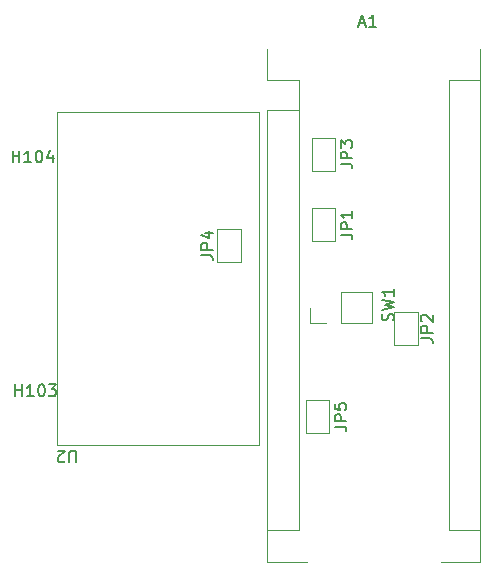
<source format=gbr>
%TF.GenerationSoftware,KiCad,Pcbnew,(5.99.0-10431-gb63c482347)*%
%TF.CreationDate,2021-08-10T09:59:27+02:00*%
%TF.ProjectId,boitarire,626f6974-6172-4697-9265-2e6b69636164,rev?*%
%TF.SameCoordinates,Original*%
%TF.FileFunction,Legend,Top*%
%TF.FilePolarity,Positive*%
%FSLAX46Y46*%
G04 Gerber Fmt 4.6, Leading zero omitted, Abs format (unit mm)*
G04 Created by KiCad (PCBNEW (5.99.0-10431-gb63c482347)) date 2021-08-10 09:59:27*
%MOMM*%
%LPD*%
G01*
G04 APERTURE LIST*
%ADD10C,0.150000*%
%ADD11C,0.120000*%
G04 APERTURE END LIST*
D10*
%TO.C,U2*%
X144561904Y-80847619D02*
X144561904Y-80038095D01*
X144514285Y-79942857D01*
X144466666Y-79895238D01*
X144371428Y-79847619D01*
X144180952Y-79847619D01*
X144085714Y-79895238D01*
X144038095Y-79942857D01*
X143990476Y-80038095D01*
X143990476Y-80847619D01*
X143561904Y-80752380D02*
X143514285Y-80800000D01*
X143419047Y-80847619D01*
X143180952Y-80847619D01*
X143085714Y-80800000D01*
X143038095Y-80752380D01*
X142990476Y-80657142D01*
X142990476Y-80561904D01*
X143038095Y-80419047D01*
X143609523Y-79847619D01*
X142990476Y-79847619D01*
%TO.C,H103*%
X139385714Y-75252380D02*
X139385714Y-74252380D01*
X139385714Y-74728571D02*
X139957142Y-74728571D01*
X139957142Y-75252380D02*
X139957142Y-74252380D01*
X140957142Y-75252380D02*
X140385714Y-75252380D01*
X140671428Y-75252380D02*
X140671428Y-74252380D01*
X140576190Y-74395238D01*
X140480952Y-74490476D01*
X140385714Y-74538095D01*
X141576190Y-74252380D02*
X141671428Y-74252380D01*
X141766666Y-74300000D01*
X141814285Y-74347619D01*
X141861904Y-74442857D01*
X141909523Y-74633333D01*
X141909523Y-74871428D01*
X141861904Y-75061904D01*
X141814285Y-75157142D01*
X141766666Y-75204761D01*
X141671428Y-75252380D01*
X141576190Y-75252380D01*
X141480952Y-75204761D01*
X141433333Y-75157142D01*
X141385714Y-75061904D01*
X141338095Y-74871428D01*
X141338095Y-74633333D01*
X141385714Y-74442857D01*
X141433333Y-74347619D01*
X141480952Y-74300000D01*
X141576190Y-74252380D01*
X142242857Y-74252380D02*
X142861904Y-74252380D01*
X142528571Y-74633333D01*
X142671428Y-74633333D01*
X142766666Y-74680952D01*
X142814285Y-74728571D01*
X142861904Y-74823809D01*
X142861904Y-75061904D01*
X142814285Y-75157142D01*
X142766666Y-75204761D01*
X142671428Y-75252380D01*
X142385714Y-75252380D01*
X142290476Y-75204761D01*
X142242857Y-75157142D01*
%TO.C,JP2*%
X173752380Y-70333333D02*
X174466666Y-70333333D01*
X174609523Y-70380952D01*
X174704761Y-70476190D01*
X174752380Y-70619047D01*
X174752380Y-70714285D01*
X174752380Y-69857142D02*
X173752380Y-69857142D01*
X173752380Y-69476190D01*
X173800000Y-69380952D01*
X173847619Y-69333333D01*
X173942857Y-69285714D01*
X174085714Y-69285714D01*
X174180952Y-69333333D01*
X174228571Y-69380952D01*
X174276190Y-69476190D01*
X174276190Y-69857142D01*
X173847619Y-68904761D02*
X173800000Y-68857142D01*
X173752380Y-68761904D01*
X173752380Y-68523809D01*
X173800000Y-68428571D01*
X173847619Y-68380952D01*
X173942857Y-68333333D01*
X174038095Y-68333333D01*
X174180952Y-68380952D01*
X174752380Y-68952380D01*
X174752380Y-68333333D01*
%TO.C,JP1*%
X166952380Y-61583333D02*
X167666666Y-61583333D01*
X167809523Y-61630952D01*
X167904761Y-61726190D01*
X167952380Y-61869047D01*
X167952380Y-61964285D01*
X167952380Y-61107142D02*
X166952380Y-61107142D01*
X166952380Y-60726190D01*
X167000000Y-60630952D01*
X167047619Y-60583333D01*
X167142857Y-60535714D01*
X167285714Y-60535714D01*
X167380952Y-60583333D01*
X167428571Y-60630952D01*
X167476190Y-60726190D01*
X167476190Y-61107142D01*
X167952380Y-59583333D02*
X167952380Y-60154761D01*
X167952380Y-59869047D02*
X166952380Y-59869047D01*
X167095238Y-59964285D01*
X167190476Y-60059523D01*
X167238095Y-60154761D01*
%TO.C,JP3*%
X166952380Y-55583333D02*
X167666666Y-55583333D01*
X167809523Y-55630952D01*
X167904761Y-55726190D01*
X167952380Y-55869047D01*
X167952380Y-55964285D01*
X167952380Y-55107142D02*
X166952380Y-55107142D01*
X166952380Y-54726190D01*
X167000000Y-54630952D01*
X167047619Y-54583333D01*
X167142857Y-54535714D01*
X167285714Y-54535714D01*
X167380952Y-54583333D01*
X167428571Y-54630952D01*
X167476190Y-54726190D01*
X167476190Y-55107142D01*
X166952380Y-54202380D02*
X166952380Y-53583333D01*
X167333333Y-53916666D01*
X167333333Y-53773809D01*
X167380952Y-53678571D01*
X167428571Y-53630952D01*
X167523809Y-53583333D01*
X167761904Y-53583333D01*
X167857142Y-53630952D01*
X167904761Y-53678571D01*
X167952380Y-53773809D01*
X167952380Y-54059523D01*
X167904761Y-54154761D01*
X167857142Y-54202380D01*
%TO.C,JP5*%
X166452380Y-77833333D02*
X167166666Y-77833333D01*
X167309523Y-77880952D01*
X167404761Y-77976190D01*
X167452380Y-78119047D01*
X167452380Y-78214285D01*
X167452380Y-77357142D02*
X166452380Y-77357142D01*
X166452380Y-76976190D01*
X166500000Y-76880952D01*
X166547619Y-76833333D01*
X166642857Y-76785714D01*
X166785714Y-76785714D01*
X166880952Y-76833333D01*
X166928571Y-76880952D01*
X166976190Y-76976190D01*
X166976190Y-77357142D01*
X166452380Y-75880952D02*
X166452380Y-76357142D01*
X166928571Y-76404761D01*
X166880952Y-76357142D01*
X166833333Y-76261904D01*
X166833333Y-76023809D01*
X166880952Y-75928571D01*
X166928571Y-75880952D01*
X167023809Y-75833333D01*
X167261904Y-75833333D01*
X167357142Y-75880952D01*
X167404761Y-75928571D01*
X167452380Y-76023809D01*
X167452380Y-76261904D01*
X167404761Y-76357142D01*
X167357142Y-76404761D01*
%TO.C,JP4*%
X155152380Y-63308333D02*
X155866666Y-63308333D01*
X156009523Y-63355952D01*
X156104761Y-63451190D01*
X156152380Y-63594047D01*
X156152380Y-63689285D01*
X156152380Y-62832142D02*
X155152380Y-62832142D01*
X155152380Y-62451190D01*
X155200000Y-62355952D01*
X155247619Y-62308333D01*
X155342857Y-62260714D01*
X155485714Y-62260714D01*
X155580952Y-62308333D01*
X155628571Y-62355952D01*
X155676190Y-62451190D01*
X155676190Y-62832142D01*
X155485714Y-61403571D02*
X156152380Y-61403571D01*
X155104761Y-61641666D02*
X155819047Y-61879761D01*
X155819047Y-61260714D01*
%TO.C,SW1*%
X171404761Y-68833333D02*
X171452380Y-68690476D01*
X171452380Y-68452380D01*
X171404761Y-68357142D01*
X171357142Y-68309523D01*
X171261904Y-68261904D01*
X171166666Y-68261904D01*
X171071428Y-68309523D01*
X171023809Y-68357142D01*
X170976190Y-68452380D01*
X170928571Y-68642857D01*
X170880952Y-68738095D01*
X170833333Y-68785714D01*
X170738095Y-68833333D01*
X170642857Y-68833333D01*
X170547619Y-68785714D01*
X170500000Y-68738095D01*
X170452380Y-68642857D01*
X170452380Y-68404761D01*
X170500000Y-68261904D01*
X170452380Y-67928571D02*
X171452380Y-67690476D01*
X170738095Y-67500000D01*
X171452380Y-67309523D01*
X170452380Y-67071428D01*
X171452380Y-66166666D02*
X171452380Y-66738095D01*
X171452380Y-66452380D02*
X170452380Y-66452380D01*
X170595238Y-66547619D01*
X170690476Y-66642857D01*
X170738095Y-66738095D01*
%TO.C,H104*%
X139185714Y-55452380D02*
X139185714Y-54452380D01*
X139185714Y-54928571D02*
X139757142Y-54928571D01*
X139757142Y-55452380D02*
X139757142Y-54452380D01*
X140757142Y-55452380D02*
X140185714Y-55452380D01*
X140471428Y-55452380D02*
X140471428Y-54452380D01*
X140376190Y-54595238D01*
X140280952Y-54690476D01*
X140185714Y-54738095D01*
X141376190Y-54452380D02*
X141471428Y-54452380D01*
X141566666Y-54500000D01*
X141614285Y-54547619D01*
X141661904Y-54642857D01*
X141709523Y-54833333D01*
X141709523Y-55071428D01*
X141661904Y-55261904D01*
X141614285Y-55357142D01*
X141566666Y-55404761D01*
X141471428Y-55452380D01*
X141376190Y-55452380D01*
X141280952Y-55404761D01*
X141233333Y-55357142D01*
X141185714Y-55261904D01*
X141138095Y-55071428D01*
X141138095Y-54833333D01*
X141185714Y-54642857D01*
X141233333Y-54547619D01*
X141280952Y-54500000D01*
X141376190Y-54452380D01*
X142566666Y-54785714D02*
X142566666Y-55452380D01*
X142328571Y-54404761D02*
X142090476Y-55119047D01*
X142709523Y-55119047D01*
%TO.C,A1*%
X168535714Y-43666666D02*
X169011904Y-43666666D01*
X168440476Y-43952380D02*
X168773809Y-42952380D01*
X169107142Y-43952380D01*
X169964285Y-43952380D02*
X169392857Y-43952380D01*
X169678571Y-43952380D02*
X169678571Y-42952380D01*
X169583333Y-43095238D01*
X169488095Y-43190476D01*
X169392857Y-43238095D01*
D11*
%TO.C,U2*%
X160050000Y-79350000D02*
X142950000Y-79350000D01*
X142950000Y-79350000D02*
X142950000Y-51150000D01*
X142950000Y-51150000D02*
X160050000Y-51150000D01*
X160050000Y-51150000D02*
X160050000Y-79350000D01*
%TO.C,JP2*%
X173500000Y-70900000D02*
X171500000Y-70900000D01*
X171500000Y-70900000D02*
X171500000Y-68100000D01*
X173500000Y-68100000D02*
X173500000Y-70900000D01*
X171500000Y-68100000D02*
X173500000Y-68100000D01*
%TO.C,JP1*%
X164500000Y-62150000D02*
X164500000Y-59350000D01*
X166500000Y-59350000D02*
X166500000Y-62150000D01*
X166500000Y-62150000D02*
X164500000Y-62150000D01*
X164500000Y-59350000D02*
X166500000Y-59350000D01*
%TO.C,JP3*%
X166500000Y-56150000D02*
X164500000Y-56150000D01*
X166500000Y-53350000D02*
X166500000Y-56150000D01*
X164500000Y-56150000D02*
X164500000Y-53350000D01*
X164500000Y-53350000D02*
X166500000Y-53350000D01*
%TO.C,JP5*%
X164000000Y-78400000D02*
X164000000Y-75600000D01*
X166000000Y-75600000D02*
X166000000Y-78400000D01*
X166000000Y-78400000D02*
X164000000Y-78400000D01*
X164000000Y-75600000D02*
X166000000Y-75600000D01*
%TO.C,JP4*%
X156500000Y-61075000D02*
X158500000Y-61075000D01*
X158500000Y-61075000D02*
X158500000Y-63875000D01*
X156500000Y-63875000D02*
X156500000Y-61075000D01*
X158500000Y-63875000D02*
X156500000Y-63875000D01*
%TO.C,SW1*%
X166995000Y-69080000D02*
X166995000Y-66420000D01*
X169595000Y-69080000D02*
X169595000Y-66420000D01*
X165725000Y-69080000D02*
X164395000Y-69080000D01*
X166995000Y-66420000D02*
X169595000Y-66420000D01*
X164395000Y-69080000D02*
X164395000Y-67750000D01*
X166995000Y-69080000D02*
X169595000Y-69080000D01*
%TO.C,A1*%
X160740000Y-45810000D02*
X160740000Y-48480000D01*
X163410000Y-51020000D02*
X163410000Y-86580000D01*
X163410000Y-51020000D02*
X163410000Y-48480000D01*
X163410000Y-48480000D02*
X160740000Y-48480000D01*
X178780000Y-89250000D02*
X178780000Y-45810000D01*
X176110000Y-48480000D02*
X178780000Y-48480000D01*
X160740000Y-51020000D02*
X160740000Y-89250000D01*
X163410000Y-51020000D02*
X160740000Y-51020000D01*
X176110000Y-48480000D02*
X176110000Y-86580000D01*
X176110000Y-86580000D02*
X178780000Y-86580000D01*
X175440000Y-89250000D02*
X178780000Y-89250000D01*
X163410000Y-86580000D02*
X160740000Y-86580000D01*
X160740000Y-89250000D02*
X164140000Y-89250000D01*
%TD*%
M02*

</source>
